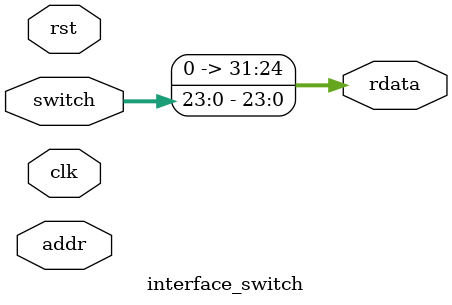
<source format=v>
`timescale 1ns/1ps

module interface_switch (
    input wire rst,
    input wire clk,
    input wire [11:0] addr,
    input wire [23:0] switch,
    output reg [31:0] rdata
);

always @(*) begin
    rdata = {8'b0, switch};
end

endmodule
</source>
